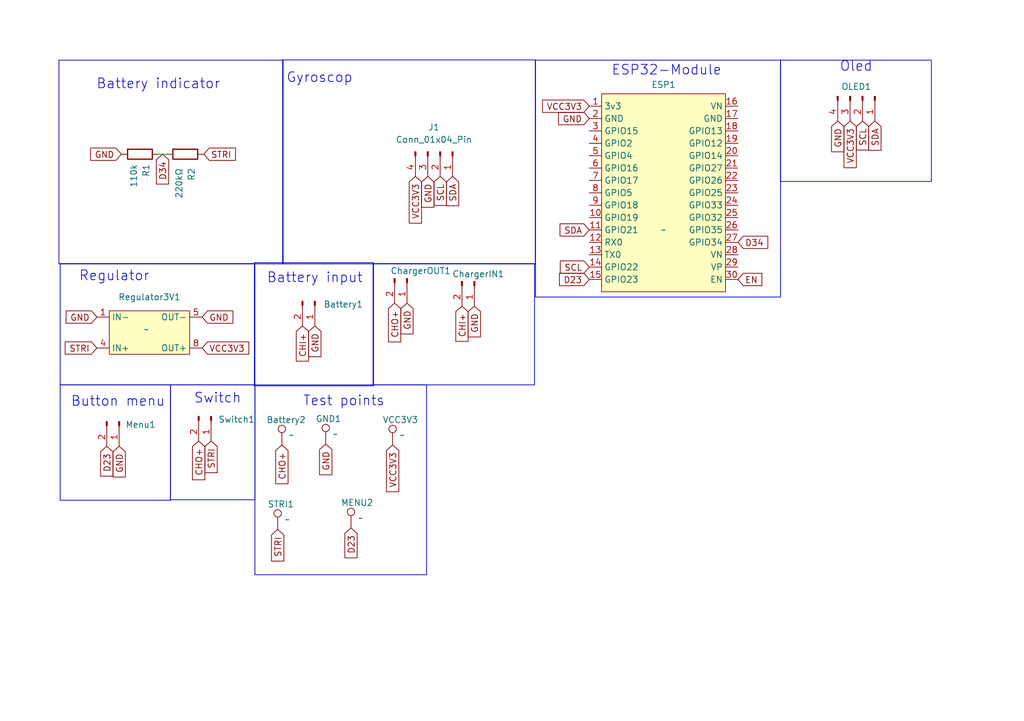
<source format=kicad_sch>
(kicad_sch (version 20230121) (generator eeschema)

  (uuid f46c33c8-782a-49f5-971c-27a888433346)

  (paper "A5")

  (title_block
    (title "Gyroscopic controller")
    (rev "Dominik Klein")
  )

  (lib_symbols
    (symbol "Connector:Conn_01x02_Pin" (pin_names (offset 1.016) hide) (in_bom yes) (on_board yes)
      (property "Reference" "J" (at 0 2.54 0)
        (effects (font (size 1.27 1.27)))
      )
      (property "Value" "Conn_01x02_Pin" (at 0 -5.08 0)
        (effects (font (size 1.27 1.27)))
      )
      (property "Footprint" "" (at 0 0 0)
        (effects (font (size 1.27 1.27)) hide)
      )
      (property "Datasheet" "~" (at 0 0 0)
        (effects (font (size 1.27 1.27)) hide)
      )
      (property "ki_locked" "" (at 0 0 0)
        (effects (font (size 1.27 1.27)))
      )
      (property "ki_keywords" "connector" (at 0 0 0)
        (effects (font (size 1.27 1.27)) hide)
      )
      (property "ki_description" "Generic connector, single row, 01x02, script generated" (at 0 0 0)
        (effects (font (size 1.27 1.27)) hide)
      )
      (property "ki_fp_filters" "Connector*:*_1x??_*" (at 0 0 0)
        (effects (font (size 1.27 1.27)) hide)
      )
      (symbol "Conn_01x02_Pin_1_1"
        (polyline
          (pts
            (xy 1.27 -2.54)
            (xy 0.8636 -2.54)
          )
          (stroke (width 0.1524) (type default))
          (fill (type none))
        )
        (polyline
          (pts
            (xy 1.27 0)
            (xy 0.8636 0)
          )
          (stroke (width 0.1524) (type default))
          (fill (type none))
        )
        (rectangle (start 0.8636 -2.413) (end 0 -2.667)
          (stroke (width 0.1524) (type default))
          (fill (type outline))
        )
        (rectangle (start 0.8636 0.127) (end 0 -0.127)
          (stroke (width 0.1524) (type default))
          (fill (type outline))
        )
        (pin passive line (at 5.08 0 180) (length 3.81)
          (name "Pin_1" (effects (font (size 1.27 1.27))))
          (number "1" (effects (font (size 1.27 1.27))))
        )
        (pin passive line (at 5.08 -2.54 180) (length 3.81)
          (name "Pin_2" (effects (font (size 1.27 1.27))))
          (number "2" (effects (font (size 1.27 1.27))))
        )
      )
    )
    (symbol "Connector:Conn_01x04_Pin" (pin_names (offset 1.016) hide) (in_bom yes) (on_board yes)
      (property "Reference" "J" (at 0 5.08 0)
        (effects (font (size 1.27 1.27)))
      )
      (property "Value" "Conn_01x04_Pin" (at 0 -7.62 0)
        (effects (font (size 1.27 1.27)))
      )
      (property "Footprint" "" (at 0 0 0)
        (effects (font (size 1.27 1.27)) hide)
      )
      (property "Datasheet" "~" (at 0 0 0)
        (effects (font (size 1.27 1.27)) hide)
      )
      (property "ki_locked" "" (at 0 0 0)
        (effects (font (size 1.27 1.27)))
      )
      (property "ki_keywords" "connector" (at 0 0 0)
        (effects (font (size 1.27 1.27)) hide)
      )
      (property "ki_description" "Generic connector, single row, 01x04, script generated" (at 0 0 0)
        (effects (font (size 1.27 1.27)) hide)
      )
      (property "ki_fp_filters" "Connector*:*_1x??_*" (at 0 0 0)
        (effects (font (size 1.27 1.27)) hide)
      )
      (symbol "Conn_01x04_Pin_1_1"
        (polyline
          (pts
            (xy 1.27 -5.08)
            (xy 0.8636 -5.08)
          )
          (stroke (width 0.1524) (type default))
          (fill (type none))
        )
        (polyline
          (pts
            (xy 1.27 -2.54)
            (xy 0.8636 -2.54)
          )
          (stroke (width 0.1524) (type default))
          (fill (type none))
        )
        (polyline
          (pts
            (xy 1.27 0)
            (xy 0.8636 0)
          )
          (stroke (width 0.1524) (type default))
          (fill (type none))
        )
        (polyline
          (pts
            (xy 1.27 2.54)
            (xy 0.8636 2.54)
          )
          (stroke (width 0.1524) (type default))
          (fill (type none))
        )
        (rectangle (start 0.8636 -4.953) (end 0 -5.207)
          (stroke (width 0.1524) (type default))
          (fill (type outline))
        )
        (rectangle (start 0.8636 -2.413) (end 0 -2.667)
          (stroke (width 0.1524) (type default))
          (fill (type outline))
        )
        (rectangle (start 0.8636 0.127) (end 0 -0.127)
          (stroke (width 0.1524) (type default))
          (fill (type outline))
        )
        (rectangle (start 0.8636 2.667) (end 0 2.413)
          (stroke (width 0.1524) (type default))
          (fill (type outline))
        )
        (pin passive line (at 5.08 2.54 180) (length 3.81)
          (name "Pin_1" (effects (font (size 1.27 1.27))))
          (number "1" (effects (font (size 1.27 1.27))))
        )
        (pin passive line (at 5.08 0 180) (length 3.81)
          (name "Pin_2" (effects (font (size 1.27 1.27))))
          (number "2" (effects (font (size 1.27 1.27))))
        )
        (pin passive line (at 5.08 -2.54 180) (length 3.81)
          (name "Pin_3" (effects (font (size 1.27 1.27))))
          (number "3" (effects (font (size 1.27 1.27))))
        )
        (pin passive line (at 5.08 -5.08 180) (length 3.81)
          (name "Pin_4" (effects (font (size 1.27 1.27))))
          (number "4" (effects (font (size 1.27 1.27))))
        )
      )
    )
    (symbol "Connector:TestPoint" (pin_numbers hide) (pin_names (offset 0.762) hide) (in_bom yes) (on_board yes)
      (property "Reference" "TP" (at 0 6.858 0)
        (effects (font (size 1.27 1.27)))
      )
      (property "Value" "TestPoint" (at 0 5.08 0)
        (effects (font (size 1.27 1.27)))
      )
      (property "Footprint" "" (at 5.08 0 0)
        (effects (font (size 1.27 1.27)) hide)
      )
      (property "Datasheet" "~" (at 5.08 0 0)
        (effects (font (size 1.27 1.27)) hide)
      )
      (property "ki_keywords" "test point tp" (at 0 0 0)
        (effects (font (size 1.27 1.27)) hide)
      )
      (property "ki_description" "test point" (at 0 0 0)
        (effects (font (size 1.27 1.27)) hide)
      )
      (property "ki_fp_filters" "Pin* Test*" (at 0 0 0)
        (effects (font (size 1.27 1.27)) hide)
      )
      (symbol "TestPoint_0_1"
        (circle (center 0 3.302) (radius 0.762)
          (stroke (width 0) (type default))
          (fill (type none))
        )
      )
      (symbol "TestPoint_1_1"
        (pin passive line (at 0 0 90) (length 2.54)
          (name "1" (effects (font (size 1.27 1.27))))
          (number "1" (effects (font (size 1.27 1.27))))
        )
      )
    )
    (symbol "Device:R" (pin_numbers hide) (pin_names (offset 0)) (in_bom yes) (on_board yes)
      (property "Reference" "R" (at 2.032 0 90)
        (effects (font (size 1.27 1.27)))
      )
      (property "Value" "R" (at 0 0 90)
        (effects (font (size 1.27 1.27)))
      )
      (property "Footprint" "" (at -1.778 0 90)
        (effects (font (size 1.27 1.27)) hide)
      )
      (property "Datasheet" "~" (at 0 0 0)
        (effects (font (size 1.27 1.27)) hide)
      )
      (property "ki_keywords" "R res resistor" (at 0 0 0)
        (effects (font (size 1.27 1.27)) hide)
      )
      (property "ki_description" "Resistor" (at 0 0 0)
        (effects (font (size 1.27 1.27)) hide)
      )
      (property "ki_fp_filters" "R_*" (at 0 0 0)
        (effects (font (size 1.27 1.27)) hide)
      )
      (symbol "R_0_1"
        (rectangle (start -1.016 -2.54) (end 1.016 2.54)
          (stroke (width 0.254) (type default))
          (fill (type none))
        )
      )
      (symbol "R_1_1"
        (pin passive line (at 0 3.81 270) (length 1.27)
          (name "~" (effects (font (size 1.27 1.27))))
          (number "1" (effects (font (size 1.27 1.27))))
        )
        (pin passive line (at 0 -3.81 90) (length 1.27)
          (name "~" (effects (font (size 1.27 1.27))))
          (number "2" (effects (font (size 1.27 1.27))))
        )
      )
    )
    (symbol "Gyroskopicke-pomucky:ESP32" (in_bom yes) (on_board yes)
      (property "Reference" "ESP32" (at 0 -11.43 0)
        (effects (font (size 1.27 1.27)))
      )
      (property "Value" "" (at 0 0 0)
        (effects (font (size 1.27 1.27)))
      )
      (property "Footprint" "Gyroskopicke-pomucky:ESP32_30Pin_Module" (at 1.27 -13.97 0)
        (effects (font (size 1.27 1.27)) hide)
      )
      (property "Datasheet" "" (at 0 0 0)
        (effects (font (size 1.27 1.27)) hide)
      )
      (symbol "ESP32_1_1"
        (rectangle (start -12.7 27.94) (end 12.7 -12.7)
          (stroke (width 0) (type default))
          (fill (type background))
        )
        (pin input line (at -15.24 25.4 0) (length 2.54)
          (name "3v3" (effects (font (size 1.27 1.27))))
          (number "1" (effects (font (size 1.27 1.27))))
        )
        (pin input line (at -15.24 2.54 0) (length 2.54)
          (name "GPIO19" (effects (font (size 1.27 1.27))))
          (number "10" (effects (font (size 1.27 1.27))))
        )
        (pin input line (at -15.24 0 0) (length 2.54)
          (name "GPIO21" (effects (font (size 1.27 1.27))))
          (number "11" (effects (font (size 1.27 1.27))))
        )
        (pin input line (at -15.24 -2.54 0) (length 2.54)
          (name "RX0" (effects (font (size 1.27 1.27))))
          (number "12" (effects (font (size 1.27 1.27))))
        )
        (pin input line (at -15.24 -5.08 0) (length 2.54)
          (name "TX0" (effects (font (size 1.27 1.27))))
          (number "13" (effects (font (size 1.27 1.27))))
        )
        (pin input line (at -15.24 -7.62 0) (length 2.54)
          (name "GPIO22" (effects (font (size 1.27 1.27))))
          (number "14" (effects (font (size 1.27 1.27))))
        )
        (pin input line (at -15.24 -10.16 0) (length 2.54)
          (name "GPIO23" (effects (font (size 1.27 1.27))))
          (number "15" (effects (font (size 1.27 1.27))))
        )
        (pin input line (at 15.24 25.4 180) (length 2.54)
          (name "VN" (effects (font (size 1.27 1.27))))
          (number "16" (effects (font (size 1.27 1.27))))
        )
        (pin input line (at 15.24 22.86 180) (length 2.54)
          (name "GND" (effects (font (size 1.27 1.27))))
          (number "17" (effects (font (size 1.27 1.27))))
        )
        (pin input line (at 15.24 20.32 180) (length 2.54)
          (name "GPIO13" (effects (font (size 1.27 1.27))))
          (number "18" (effects (font (size 1.27 1.27))))
        )
        (pin input line (at 15.24 17.78 180) (length 2.54)
          (name "GPIO12" (effects (font (size 1.27 1.27))))
          (number "19" (effects (font (size 1.27 1.27))))
        )
        (pin input line (at -15.24 22.86 0) (length 2.54)
          (name "GND" (effects (font (size 1.27 1.27))))
          (number "2" (effects (font (size 1.27 1.27))))
        )
        (pin input line (at 15.24 15.24 180) (length 2.54)
          (name "GPIO14" (effects (font (size 1.27 1.27))))
          (number "20" (effects (font (size 1.27 1.27))))
        )
        (pin input line (at 15.24 12.7 180) (length 2.54)
          (name "GPIO27" (effects (font (size 1.27 1.27))))
          (number "21" (effects (font (size 1.27 1.27))))
        )
        (pin input line (at 15.24 10.16 180) (length 2.54)
          (name "GPIO26" (effects (font (size 1.27 1.27))))
          (number "22" (effects (font (size 1.27 1.27))))
        )
        (pin input line (at 15.24 7.62 180) (length 2.54)
          (name "GPIO25" (effects (font (size 1.27 1.27))))
          (number "23" (effects (font (size 1.27 1.27))))
        )
        (pin input line (at 15.24 5.08 180) (length 2.54)
          (name "GPIO33" (effects (font (size 1.27 1.27))))
          (number "24" (effects (font (size 1.27 1.27))))
        )
        (pin input line (at 15.24 2.54 180) (length 2.54)
          (name "GPIO32" (effects (font (size 1.27 1.27))))
          (number "25" (effects (font (size 1.27 1.27))))
        )
        (pin input line (at 15.24 0 180) (length 2.54)
          (name "GPIO35" (effects (font (size 1.27 1.27))))
          (number "26" (effects (font (size 1.27 1.27))))
        )
        (pin input line (at 15.24 -2.54 180) (length 2.54)
          (name "GPIO34" (effects (font (size 1.27 1.27))))
          (number "27" (effects (font (size 1.27 1.27))))
        )
        (pin input line (at 15.24 -5.08 180) (length 2.54)
          (name "VN" (effects (font (size 1.27 1.27))))
          (number "28" (effects (font (size 1.27 1.27))))
        )
        (pin input line (at 15.24 -7.62 180) (length 2.54)
          (name "VP" (effects (font (size 1.27 1.27))))
          (number "29" (effects (font (size 1.27 1.27))))
        )
        (pin input line (at -15.24 20.32 0) (length 2.54)
          (name "GPIO15" (effects (font (size 1.27 1.27))))
          (number "3" (effects (font (size 1.27 1.27))))
        )
        (pin input line (at 15.24 -10.16 180) (length 2.54)
          (name "EN" (effects (font (size 1.27 1.27))))
          (number "30" (effects (font (size 1.27 1.27))))
        )
        (pin input line (at -15.24 17.78 0) (length 2.54)
          (name "GPIO2" (effects (font (size 1.27 1.27))))
          (number "4" (effects (font (size 1.27 1.27))))
        )
        (pin input line (at -15.24 15.24 0) (length 2.54)
          (name "GPIO4" (effects (font (size 1.27 1.27))))
          (number "5" (effects (font (size 1.27 1.27))))
        )
        (pin input line (at -15.24 12.7 0) (length 2.54)
          (name "GPIO16" (effects (font (size 1.27 1.27))))
          (number "6" (effects (font (size 1.27 1.27))))
        )
        (pin input line (at -15.24 10.16 0) (length 2.54)
          (name "GPIO17" (effects (font (size 1.27 1.27))))
          (number "7" (effects (font (size 1.27 1.27))))
        )
        (pin input line (at -15.24 7.62 0) (length 2.54)
          (name "GPIO5" (effects (font (size 1.27 1.27))))
          (number "8" (effects (font (size 1.27 1.27))))
        )
        (pin input line (at -15.24 5.08 0) (length 2.54)
          (name "GPIO18" (effects (font (size 1.27 1.27))))
          (number "9" (effects (font (size 1.27 1.27))))
        )
      )
    )
    (symbol "Gyroskopicke-pomucky:Regulator" (in_bom yes) (on_board yes)
      (property "Reference" "Regulator3V3" (at 0 5.08 0)
        (effects (font (size 1.27 1.27)))
      )
      (property "Value" "" (at 0 0 0)
        (effects (font (size 1.27 1.27)))
      )
      (property "Footprint" "Gyroskopicke-pomucky:Regulator" (at 0 -7.62 0)
        (effects (font (size 1.27 1.27)) hide)
      )
      (property "Datasheet" "" (at 0 0 0)
        (effects (font (size 1.27 1.27)) hide)
      )
      (symbol "Regulator_1_1"
        (rectangle (start -7.62 3.81) (end 8.89 -5.08)
          (stroke (width 0) (type default))
          (fill (type background))
        )
        (pin input line (at -10.16 2.54 0) (length 2.54)
          (name "IN-" (effects (font (size 1.27 1.27))))
          (number "1" (effects (font (size 1.27 1.27))))
        )
        (pin input line (at -10.16 -3.81 0) (length 2.54)
          (name "IN+" (effects (font (size 1.27 1.27))))
          (number "4" (effects (font (size 1.27 1.27))))
        )
        (pin input line (at 11.43 2.54 180) (length 2.54)
          (name "OUT-" (effects (font (size 1.27 1.27))))
          (number "5" (effects (font (size 1.27 1.27))))
        )
        (pin input line (at 11.43 -3.81 180) (length 2.54)
          (name "OUT+" (effects (font (size 1.27 1.27))))
          (number "8" (effects (font (size 1.27 1.27))))
        )
      )
    )
  )


  (wire (pts (xy 34.1884 31.6484) (xy 32.512 31.6484))
    (stroke (width 0) (type default))
    (uuid 24ae18e0-6c06-444d-890f-6374ce5c57b7)
  )

  (rectangle (start 52.2732 78.994) (end 87.4776 117.9576)
    (stroke (width 0) (type default))
    (fill (type none))
    (uuid 84373380-8c4e-4f55-8895-e78752065d8b)
  )
  (rectangle (start 34.9504 78.994) (end 52.2732 102.5652)
    (stroke (width 0) (type default))
    (fill (type none))
    (uuid b1da384c-a982-4e9d-9b76-55103a3b554e)
  )
  (rectangle (start 12.3444 54.102) (end 52.2732 78.994)
    (stroke (width 0) (type default))
    (fill (type none))
    (uuid ce2eea9f-6a35-44f0-92c8-9467e234a583)
  )
  (rectangle (start 57.9628 12.2936) (end 109.7788 54.1528)
    (stroke (width 0) (type default))
    (fill (type none))
    (uuid ce5316ca-6fb9-4ed5-aa1e-8beccb783e97)
  )
  (rectangle (start 109.8296 12.3444) (end 160.0708 60.96)
    (stroke (width 0) (type default))
    (fill (type none))
    (uuid d71bc247-0a7d-4f37-8b08-9b2d733100ba)
  )
  (rectangle (start 160.0708 12.3444) (end 191.008 37.2364)
    (stroke (width 0) (type default))
    (fill (type none))
    (uuid d9c08bc0-2a5c-49b3-b766-9f3e57686b23)
  )
  (rectangle (start 12.3444 78.994) (end 34.9504 102.6668)
    (stroke (width 0) (type default))
    (fill (type none))
    (uuid dc518b70-819c-4d70-a8dc-89f36319f9b5)
  )
  (rectangle (start 12.0904 12.3444) (end 58.0644 54.1528)
    (stroke (width 0) (type default))
    (fill (type none))
    (uuid ef2530a8-86b3-446f-ab3f-60fc149d35fe)
  )
  (rectangle (start 52.1716 53.8988) (end 76.6064 79.1972)
    (stroke (width 0) (type default))
    (fill (type none))
    (uuid fd2306d0-85b4-48b8-922b-00e4a8a7d658)
  )
  (rectangle (start 76.5048 54.102) (end 109.6264 78.994)
    (stroke (width 0) (type default))
    (fill (type none))
    (uuid fdf6048f-7fc9-4446-92d8-db9edb06cdda)
  )

  (text "Button menu\n" (at 14.478 83.6676 0)
    (effects (font (size 2 2)) (justify left bottom))
    (uuid 3ce0209f-df2a-4dde-97e4-df4bcc871e9e)
  )
  (text "ESP32-Module" (at 125.3744 15.6972 0)
    (effects (font (size 2 2)) (justify left bottom))
    (uuid 4b8c2468-0322-4862-9475-4a03a4e2dc9d)
  )
  (text "Gyroscop\n\n\n" (at 58.674 23.6728 0)
    (effects (font (size 2 2)) (justify left bottom))
    (uuid 574fbfab-816a-42f6-ae31-14f36af88d45)
  )
  (text "Regulator\n" (at 16.1544 57.912 0)
    (effects (font (size 2 2)) (justify left bottom))
    (uuid 672a3ba4-420d-4dbf-b443-af96c77295d1)
  )
  (text "Oled\n\n" (at 172.1612 18.1356 0)
    (effects (font (size 2 2)) (justify left bottom))
    (uuid 6ee9e5a1-d4ed-4d62-8ac9-e48a46901d18)
  )
  (text "Battery indicator\n\n\n" (at 19.7104 24.9428 0)
    (effects (font (size 2 2)) (justify left bottom))
    (uuid 7298273f-14ac-42cb-a5d9-d7bf0dcdaf7b)
  )
  (text "Battery input\n\n" (at 54.6608 61.5188 0)
    (effects (font (size 2 2)) (justify left bottom))
    (uuid 7aad5b9d-f3b7-43c9-98d4-d32564652d17)
  )
  (text "Switch\n" (at 39.7256 83.0072 0)
    (effects (font (size 2 2)) (justify left bottom))
    (uuid d579d189-cbf6-4f0e-9726-bd98ee88ae3f)
  )
  (text "Test points\n" (at 62.0776 83.566 0)
    (effects (font (size 2 2)) (justify left bottom))
    (uuid e7fc5ca7-426a-4717-b722-97d1e655c5ca)
  )

  (global_label "CHI+" (shape input) (at 62.0268 66.9036 270) (fields_autoplaced)
    (effects (font (size 1.27 1.27)) (justify right))
    (uuid 076a99e5-264a-4f09-b173-deba337a6415)
    (property "Intersheetrefs" "${INTERSHEET_REFS}" (at 62.0268 74.6665 90)
      (effects (font (size 1.27 1.27)) (justify right) hide)
    )
  )
  (global_label "SCL" (shape input) (at 90.2716 36.2204 270) (fields_autoplaced)
    (effects (font (size 1.27 1.27)) (justify right))
    (uuid 083745ab-ae37-4052-b821-5e3e44d9f57b)
    (property "Intersheetrefs" "${INTERSHEET_REFS}" (at 90.2716 42.7132 90)
      (effects (font (size 1.27 1.27)) (justify right) hide)
    )
  )
  (global_label "SCL" (shape input) (at 176.8856 24.8412 270) (fields_autoplaced)
    (effects (font (size 1.27 1.27)) (justify right))
    (uuid 08a9fa4a-8cf9-4347-919b-5aa339a8a1fb)
    (property "Intersheetrefs" "${INTERSHEET_REFS}" (at 176.8856 31.334 90)
      (effects (font (size 1.27 1.27)) (justify right) hide)
    )
  )
  (global_label "VCC3V3" (shape input) (at 80.518 91.3384 270) (fields_autoplaced)
    (effects (font (size 1.27 1.27)) (justify right))
    (uuid 1502a40e-c438-400d-a6c0-b24cdb73167e)
    (property "Intersheetrefs" "${INTERSHEET_REFS}" (at 80.518 101.4598 90)
      (effects (font (size 1.27 1.27)) (justify right) hide)
    )
  )
  (global_label "GND" (shape input) (at 24.892 31.6484 180) (fields_autoplaced)
    (effects (font (size 1.27 1.27)) (justify right))
    (uuid 26299a52-8dd0-4fb6-85ce-6792defe1d3b)
    (property "Intersheetrefs" "${INTERSHEET_REFS}" (at 18.0363 31.6484 0)
      (effects (font (size 1.27 1.27)) (justify right) hide)
    )
  )
  (global_label "GND" (shape input) (at 83.4644 62.23 270) (fields_autoplaced)
    (effects (font (size 1.27 1.27)) (justify right))
    (uuid 26e418bf-0dfd-4833-aefc-c425268711f8)
    (property "Intersheetrefs" "${INTERSHEET_REFS}" (at 83.4644 69.0857 90)
      (effects (font (size 1.27 1.27)) (justify right) hide)
    )
  )
  (global_label "D34" (shape input) (at 151.3332 49.7332 0) (fields_autoplaced)
    (effects (font (size 1.27 1.27)) (justify left))
    (uuid 30306e90-30c2-49f0-9399-78044e9400b0)
    (property "Intersheetrefs" "${INTERSHEET_REFS}" (at 158.0074 49.7332 0)
      (effects (font (size 1.27 1.27)) (justify left) hide)
    )
  )
  (global_label "STRI" (shape input) (at 41.8084 31.6484 0) (fields_autoplaced)
    (effects (font (size 1.27 1.27)) (justify left))
    (uuid 3090365e-fdaf-4a52-99e3-38b0444f61a1)
    (property "Intersheetrefs" "${INTERSHEET_REFS}" (at 48.8455 31.6484 0)
      (effects (font (size 1.27 1.27)) (justify left) hide)
    )
  )
  (global_label "D34" (shape input) (at 33.3291 31.6484 270) (fields_autoplaced)
    (effects (font (size 1.27 1.27)) (justify right))
    (uuid 32066b88-854f-4e05-ab7f-7c462084a7f5)
    (property "Intersheetrefs" "${INTERSHEET_REFS}" (at 33.3291 38.3226 90)
      (effects (font (size 1.27 1.27)) (justify right) hide)
    )
  )
  (global_label "GND" (shape input) (at 87.7316 36.2204 270) (fields_autoplaced)
    (effects (font (size 1.27 1.27)) (justify right))
    (uuid 3a31c114-42ab-47a8-9321-219b03f8098a)
    (property "Intersheetrefs" "${INTERSHEET_REFS}" (at 87.7316 43.0761 90)
      (effects (font (size 1.27 1.27)) (justify right) hide)
    )
  )
  (global_label "GND" (shape input) (at 171.8056 24.8412 270) (fields_autoplaced)
    (effects (font (size 1.27 1.27)) (justify right))
    (uuid 3ed60dde-5f72-4e86-8b27-af7e2475edb4)
    (property "Intersheetrefs" "${INTERSHEET_REFS}" (at 171.8056 31.6969 90)
      (effects (font (size 1.27 1.27)) (justify right) hide)
    )
  )
  (global_label "VCC3V3" (shape input) (at 85.1916 36.2204 270) (fields_autoplaced)
    (effects (font (size 1.27 1.27)) (justify right))
    (uuid 537eae01-c0ee-4bbf-94b5-1f3b12fca649)
    (property "Intersheetrefs" "${INTERSHEET_REFS}" (at 85.1916 46.3418 90)
      (effects (font (size 1.27 1.27)) (justify right) hide)
    )
  )
  (global_label "SDA" (shape input) (at 179.4256 24.8412 270) (fields_autoplaced)
    (effects (font (size 1.27 1.27)) (justify right))
    (uuid 5c1791b9-c356-47a2-b333-9465d202cb72)
    (property "Intersheetrefs" "${INTERSHEET_REFS}" (at 179.4256 31.3945 90)
      (effects (font (size 1.27 1.27)) (justify right) hide)
    )
  )
  (global_label "GND" (shape input) (at 120.8532 24.3332 180) (fields_autoplaced)
    (effects (font (size 1.27 1.27)) (justify right))
    (uuid 6039eb1f-c736-4b6e-bdbf-fdd7f88e9387)
    (property "Intersheetrefs" "${INTERSHEET_REFS}" (at 113.9975 24.3332 0)
      (effects (font (size 1.27 1.27)) (justify right) hide)
    )
  )
  (global_label "GND" (shape input) (at 19.8628 65.0748 180) (fields_autoplaced)
    (effects (font (size 1.27 1.27)) (justify right))
    (uuid 68c0d79c-0fe0-48e8-ab38-584a92e796f1)
    (property "Intersheetrefs" "${INTERSHEET_REFS}" (at 13.0071 65.0748 0)
      (effects (font (size 1.27 1.27)) (justify right) hide)
    )
  )
  (global_label "SDA" (shape input) (at 120.8532 47.1932 180) (fields_autoplaced)
    (effects (font (size 1.27 1.27)) (justify right))
    (uuid 6de43bb9-dbae-4664-9143-367c1cbe4458)
    (property "Intersheetrefs" "${INTERSHEET_REFS}" (at 114.2999 47.1932 0)
      (effects (font (size 1.27 1.27)) (justify right) hide)
    )
  )
  (global_label "CHI+" (shape input) (at 94.742 62.8396 270) (fields_autoplaced)
    (effects (font (size 1.27 1.27)) (justify right))
    (uuid 6fab8173-4549-4756-8648-9b483ff9126c)
    (property "Intersheetrefs" "${INTERSHEET_REFS}" (at 94.742 70.6025 90)
      (effects (font (size 1.27 1.27)) (justify right) hide)
    )
  )
  (global_label "GND" (shape input) (at 97.282 62.8396 270) (fields_autoplaced)
    (effects (font (size 1.27 1.27)) (justify right))
    (uuid 736aac43-38e1-45a7-9d0f-8cc102040433)
    (property "Intersheetrefs" "${INTERSHEET_REFS}" (at 97.282 69.6953 90)
      (effects (font (size 1.27 1.27)) (justify right) hide)
    )
  )
  (global_label "VCC3V3" (shape input) (at 41.4528 71.4248 0) (fields_autoplaced)
    (effects (font (size 1.27 1.27)) (justify left))
    (uuid 7b57ddb1-9c69-421d-90c8-643481c78344)
    (property "Intersheetrefs" "${INTERSHEET_REFS}" (at 51.5742 71.4248 0)
      (effects (font (size 1.27 1.27)) (justify left) hide)
    )
  )
  (global_label "CHO+" (shape input) (at 40.7416 90.5256 270) (fields_autoplaced)
    (effects (font (size 1.27 1.27)) (justify right))
    (uuid 7b64aa25-e012-4a30-87c8-3540c81bc4b1)
    (property "Intersheetrefs" "${INTERSHEET_REFS}" (at 40.7416 99.0142 90)
      (effects (font (size 1.27 1.27)) (justify right) hide)
    )
  )
  (global_label "VCC3V3" (shape input) (at 120.8532 21.7932 180) (fields_autoplaced)
    (effects (font (size 1.27 1.27)) (justify right))
    (uuid 97fbac8b-2a00-48a7-a3d6-6b2dd6fdc888)
    (property "Intersheetrefs" "${INTERSHEET_REFS}" (at 110.7318 21.7932 0)
      (effects (font (size 1.27 1.27)) (justify right) hide)
    )
  )
  (global_label "STRI" (shape input) (at 43.2816 90.5256 270) (fields_autoplaced)
    (effects (font (size 1.27 1.27)) (justify right))
    (uuid a5b42c7f-e43a-442b-b39b-12c3392c124f)
    (property "Intersheetrefs" "${INTERSHEET_REFS}" (at 43.2816 97.5627 90)
      (effects (font (size 1.27 1.27)) (justify right) hide)
    )
  )
  (global_label "STRI" (shape input) (at 56.9468 108.6612 270) (fields_autoplaced)
    (effects (font (size 1.27 1.27)) (justify right))
    (uuid b3b07484-ebb8-40bc-9a26-6055aa8ec952)
    (property "Intersheetrefs" "${INTERSHEET_REFS}" (at 56.9468 115.6983 90)
      (effects (font (size 1.27 1.27)) (justify right) hide)
    )
  )
  (global_label "GND" (shape input) (at 41.4528 65.0748 0) (fields_autoplaced)
    (effects (font (size 1.27 1.27)) (justify left))
    (uuid b5b43983-70ed-46a8-a873-7ac3cc818c0a)
    (property "Intersheetrefs" "${INTERSHEET_REFS}" (at 48.3085 65.0748 0)
      (effects (font (size 1.27 1.27)) (justify left) hide)
    )
  )
  (global_label "STRI" (shape input) (at 19.8628 71.4248 180) (fields_autoplaced)
    (effects (font (size 1.27 1.27)) (justify right))
    (uuid b8e0e4c8-c7d4-4917-8dbf-96c3431fb5c7)
    (property "Intersheetrefs" "${INTERSHEET_REFS}" (at 12.8257 71.4248 0)
      (effects (font (size 1.27 1.27)) (justify right) hide)
    )
  )
  (global_label "CHO+" (shape input) (at 57.8104 91.3384 270) (fields_autoplaced)
    (effects (font (size 1.27 1.27)) (justify right))
    (uuid c0e2547a-eb84-4e80-8b1a-2182398d1837)
    (property "Intersheetrefs" "${INTERSHEET_REFS}" (at 57.8104 99.827 90)
      (effects (font (size 1.27 1.27)) (justify right) hide)
    )
  )
  (global_label "SCL" (shape input) (at 120.8532 54.8132 180) (fields_autoplaced)
    (effects (font (size 1.27 1.27)) (justify right))
    (uuid c105d76e-1c63-447c-bd22-c5d49086cf55)
    (property "Intersheetrefs" "${INTERSHEET_REFS}" (at 114.3604 54.8132 0)
      (effects (font (size 1.27 1.27)) (justify right) hide)
    )
  )
  (global_label "CHO+" (shape input) (at 80.9244 62.23 270) (fields_autoplaced)
    (effects (font (size 1.27 1.27)) (justify right))
    (uuid d09bace6-3e8a-4293-9255-df600d4d7c12)
    (property "Intersheetrefs" "${INTERSHEET_REFS}" (at 80.9244 70.7186 90)
      (effects (font (size 1.27 1.27)) (justify right) hide)
    )
  )
  (global_label "D23" (shape input) (at 71.9836 108.3564 270) (fields_autoplaced)
    (effects (font (size 1.27 1.27)) (justify right))
    (uuid d74f3a97-b018-485a-ab44-983677d08798)
    (property "Intersheetrefs" "${INTERSHEET_REFS}" (at 71.9836 115.0306 90)
      (effects (font (size 1.27 1.27)) (justify right) hide)
    )
  )
  (global_label "SDA" (shape input) (at 92.8116 36.2204 270) (fields_autoplaced)
    (effects (font (size 1.27 1.27)) (justify right))
    (uuid ddda5629-34d4-4caa-9df8-4a985a29754a)
    (property "Intersheetrefs" "${INTERSHEET_REFS}" (at 92.8116 42.7737 90)
      (effects (font (size 1.27 1.27)) (justify right) hide)
    )
  )
  (global_label "GND" (shape input) (at 64.5668 66.9036 270) (fields_autoplaced)
    (effects (font (size 1.27 1.27)) (justify right))
    (uuid e958596c-bc17-4fb7-b8c1-3761663b42b7)
    (property "Intersheetrefs" "${INTERSHEET_REFS}" (at 64.5668 73.7593 90)
      (effects (font (size 1.27 1.27)) (justify right) hide)
    )
  )
  (global_label "EN" (shape input) (at 151.3332 57.3532 0) (fields_autoplaced)
    (effects (font (size 1.27 1.27)) (justify left))
    (uuid f395e03c-9c81-42c6-8266-581b074498f8)
    (property "Intersheetrefs" "${INTERSHEET_REFS}" (at 156.7979 57.3532 0)
      (effects (font (size 1.27 1.27)) (justify left) hide)
    )
  )
  (global_label "D23" (shape input) (at 120.8532 57.3532 180) (fields_autoplaced)
    (effects (font (size 1.27 1.27)) (justify right))
    (uuid f6654c7e-65f0-4e24-9407-67ea9bdbebca)
    (property "Intersheetrefs" "${INTERSHEET_REFS}" (at 114.179 57.3532 0)
      (effects (font (size 1.27 1.27)) (justify right) hide)
    )
  )
  (global_label "GND" (shape input) (at 24.4348 91.5924 270) (fields_autoplaced)
    (effects (font (size 1.27 1.27)) (justify right))
    (uuid fa284095-646a-41f1-ae98-ce8223f447e2)
    (property "Intersheetrefs" "${INTERSHEET_REFS}" (at 24.4348 98.4481 90)
      (effects (font (size 1.27 1.27)) (justify right) hide)
    )
  )
  (global_label "D23" (shape input) (at 21.8948 91.5924 270) (fields_autoplaced)
    (effects (font (size 1.27 1.27)) (justify right))
    (uuid fa79c0ed-744b-4915-bf6d-c5f35c158163)
    (property "Intersheetrefs" "${INTERSHEET_REFS}" (at 21.8948 98.2666 90)
      (effects (font (size 1.27 1.27)) (justify right) hide)
    )
  )
  (global_label "GND" (shape input) (at 66.802 91.1352 270) (fields_autoplaced)
    (effects (font (size 1.27 1.27)) (justify right))
    (uuid fafe0e50-aee2-4756-af34-dfffbf6ff452)
    (property "Intersheetrefs" "${INTERSHEET_REFS}" (at 66.802 97.9909 90)
      (effects (font (size 1.27 1.27)) (justify right) hide)
    )
  )
  (global_label "VCC3V3" (shape input) (at 174.3456 24.8412 270) (fields_autoplaced)
    (effects (font (size 1.27 1.27)) (justify right))
    (uuid fe9ac87e-00fa-4036-b47e-6f9b4fdb4ffb)
    (property "Intersheetrefs" "${INTERSHEET_REFS}" (at 174.3456 34.9626 90)
      (effects (font (size 1.27 1.27)) (justify right) hide)
    )
  )

  (symbol (lib_id "Connector:Conn_01x02_Pin") (at 43.2816 85.4456 270) (unit 1)
    (in_bom yes) (on_board yes) (dnp no) (fields_autoplaced)
    (uuid 0721ca99-1f6a-4150-8004-accfe5f25efa)
    (property "Reference" "Switch1" (at 44.7548 86.0806 90)
      (effects (font (size 1.27 1.27)) (justify left))
    )
    (property "Value" "Conn_01x02_Pin" (at 46.0248 86.0806 0)
      (effects (font (size 1.27 1.27)) hide)
    )
    (property "Footprint" "Gyroskopicke-pomucky:Tlacitko" (at 43.2816 85.4456 0)
      (effects (font (size 1.27 1.27)) hide)
    )
    (property "Datasheet" "~" (at 43.2816 85.4456 0)
      (effects (font (size 1.27 1.27)) hide)
    )
    (pin "1" (uuid f5cb3fc9-85e9-4312-b0fc-6593f6ddcb0f))
    (pin "2" (uuid 5c5c575b-2991-4ad5-93b6-60a5e6d94889))
    (instances
      (project "RukaviceOvladac"
        (path "/f46c33c8-782a-49f5-971c-27a888433346"
          (reference "Switch1") (unit 1)
        )
      )
    )
  )

  (symbol (lib_id "Connector:Conn_01x02_Pin") (at 64.5668 61.8236 270) (unit 1)
    (in_bom yes) (on_board yes) (dnp no) (fields_autoplaced)
    (uuid 1b9065da-fb67-417f-b4eb-b393c021df27)
    (property "Reference" "Battery1" (at 66.3448 62.4586 90)
      (effects (font (size 1.27 1.27)) (justify left))
    )
    (property "Value" "Conn_01x02_Pin" (at 67.31 62.4586 0)
      (effects (font (size 1.27 1.27)) hide)
    )
    (property "Footprint" "Connector_JST:JST_PH_B2B-PH-K_1x02_P2.00mm_Vertical" (at 64.5668 61.8236 0)
      (effects (font (size 1.27 1.27)) hide)
    )
    (property "Datasheet" "~" (at 64.5668 61.8236 0)
      (effects (font (size 1.27 1.27)) hide)
    )
    (pin "1" (uuid 16e0fce9-9634-4cb6-9cff-d68cf1bcc6e3))
    (pin "2" (uuid 98881d66-d3f9-45bb-b6ad-aede182c12b5))
    (instances
      (project "RukaviceOvladac"
        (path "/f46c33c8-782a-49f5-971c-27a888433346"
          (reference "Battery1") (unit 1)
        )
      )
    )
  )

  (symbol (lib_id "Connector:Conn_01x04_Pin") (at 90.2716 31.1404 270) (unit 1)
    (in_bom yes) (on_board yes) (dnp no) (fields_autoplaced)
    (uuid 25981324-7319-4478-9d28-18b9fc8682c6)
    (property "Reference" "J1" (at 89.0016 26.1112 90)
      (effects (font (size 1.27 1.27)))
    )
    (property "Value" "Conn_01x04_Pin" (at 89.0016 28.6512 90)
      (effects (font (size 1.27 1.27)))
    )
    (property "Footprint" "Gyroskopicke-pomucky:Gyroskop-externi" (at 90.2716 31.1404 0)
      (effects (font (size 1.27 1.27)) hide)
    )
    (property "Datasheet" "~" (at 90.2716 31.1404 0)
      (effects (font (size 1.27 1.27)) hide)
    )
    (pin "1" (uuid 047c2908-4b61-498c-9a23-63dcbd7680c6))
    (pin "2" (uuid 2dfbd8e2-29c5-4dd7-bb8f-27475160554e))
    (pin "3" (uuid d58e8174-cfa1-4c22-bcca-cdf582c38ec6))
    (pin "4" (uuid 1864cdb2-e0d4-4508-b73b-343dc16cbdb7))
    (instances
      (project "RukaviceOvladac"
        (path "/f46c33c8-782a-49f5-971c-27a888433346"
          (reference "J1") (unit 1)
        )
      )
    )
  )

  (symbol (lib_id "Connector:Conn_01x04_Pin") (at 176.8856 19.7612 270) (unit 1)
    (in_bom yes) (on_board yes) (dnp no) (fields_autoplaced)
    (uuid 30788f4b-e058-4924-ab51-abc592518fb1)
    (property "Reference" "OLED1" (at 175.6156 17.78 90)
      (effects (font (size 1.27 1.27)))
    )
    (property "Value" "Conn_01x04_Pin" (at 181.6608 20.3962 0)
      (effects (font (size 1.27 1.27)) hide)
    )
    (property "Footprint" "Gyroskopicke-pomucky:OLED" (at 176.8856 19.7612 0)
      (effects (font (size 1.27 1.27)) hide)
    )
    (property "Datasheet" "~" (at 176.8856 19.7612 0)
      (effects (font (size 1.27 1.27)) hide)
    )
    (pin "1" (uuid 35ceace7-dd76-4705-a30a-940c9c6daa84))
    (pin "2" (uuid 72f9c335-e468-40fb-aaf0-2ff8528c738a))
    (pin "3" (uuid f37dd5fb-3e9e-414d-a14c-05a1d9145189))
    (pin "4" (uuid ea55186d-ce57-4343-85b1-6ba0b7c9868e))
    (instances
      (project "RukaviceOvladac"
        (path "/f46c33c8-782a-49f5-971c-27a888433346"
          (reference "OLED1") (unit 1)
        )
      )
    )
  )

  (symbol (lib_id "Connector:TestPoint") (at 66.802 91.1352 0) (unit 1)
    (in_bom yes) (on_board yes) (dnp no)
    (uuid 311d890a-243b-4561-9ad3-d7dfb18c5f3a)
    (property "Reference" "GND1" (at 64.7192 85.9536 0)
      (effects (font (size 1.27 1.27)) (justify left))
    )
    (property "Value" "~" (at 68.2244 89.1032 0)
      (effects (font (size 1.27 1.27)) (justify left))
    )
    (property "Footprint" "TestPoint:TestPoint_Pad_1.0x1.0mm" (at 71.882 91.1352 0)
      (effects (font (size 1.27 1.27)) hide)
    )
    (property "Datasheet" "~" (at 71.882 91.1352 0)
      (effects (font (size 1.27 1.27)) hide)
    )
    (pin "1" (uuid b1516119-fb1b-4d99-8ef2-287d1f9a6744))
    (instances
      (project "RukaviceOvladac"
        (path "/f46c33c8-782a-49f5-971c-27a888433346"
          (reference "GND1") (unit 1)
        )
      )
    )
  )

  (symbol (lib_id "Device:R") (at 28.702 31.6484 270) (unit 1)
    (in_bom yes) (on_board yes) (dnp no) (fields_autoplaced)
    (uuid 32be5b4e-b212-439f-92be-e88219c12c6e)
    (property "Reference" "R2" (at 29.972 33.6296 0)
      (effects (font (size 1.27 1.27)) (justify left))
    )
    (property "Value" "110k" (at 27.432 33.6296 0)
      (effects (font (size 1.27 1.27)) (justify left))
    )
    (property "Footprint" "Resistor_THT:R_Axial_DIN0207_L6.3mm_D2.5mm_P10.16mm_Horizontal" (at 28.702 29.8704 90)
      (effects (font (size 1.27 1.27)) hide)
    )
    (property "Datasheet" "~" (at 28.702 31.6484 0)
      (effects (font (size 1.27 1.27)) hide)
    )
    (property "Sim.Device" "R" (at 28.702 31.6484 0)
      (effects (font (size 1.27 1.27)) hide)
    )
    (property "Sim.Pins" "1=+ 2=-" (at 28.702 31.6484 0)
      (effects (font (size 1.27 1.27)) hide)
    )
    (pin "1" (uuid b4a220c0-9d43-4447-ab3c-e4d6564f6d96))
    (pin "2" (uuid 09f4a7b6-9165-47b6-a2fe-f170494703b7))
    (instances
      (project "Maturitas"
        (path "/dc65a39d-dbc3-4e31-bfcb-5b8a0d0009dd"
          (reference "R2") (unit 1)
        )
      )
      (project "RukaviceOvladac"
        (path "/f46c33c8-782a-49f5-971c-27a888433346"
          (reference "R1") (unit 1)
        )
      )
    )
  )

  (symbol (lib_id "Connector:Conn_01x02_Pin") (at 83.4644 57.15 270) (unit 1)
    (in_bom yes) (on_board yes) (dnp no)
    (uuid 3af7220f-2b30-4556-8b2c-0066b43504fc)
    (property "Reference" "ChargerOUT1" (at 80.0608 55.5752 90)
      (effects (font (size 1.27 1.27)) (justify left))
    )
    (property "Value" "Conn_01x02_Pin" (at 86.2076 57.785 0)
      (effects (font (size 1.27 1.27)) hide)
    )
    (property "Footprint" "Gyroskopicke-pomucky:Tlacitko" (at 83.4644 57.15 0)
      (effects (font (size 1.27 1.27)) hide)
    )
    (property "Datasheet" "~" (at 83.4644 57.15 0)
      (effects (font (size 1.27 1.27)) hide)
    )
    (pin "1" (uuid 6dfc642d-8808-482d-82fc-6a8ee8eb501d))
    (pin "2" (uuid 657c0796-dfb3-4ff8-8856-73741214edc9))
    (instances
      (project "RukaviceOvladac"
        (path "/f46c33c8-782a-49f5-971c-27a888433346"
          (reference "ChargerOUT1") (unit 1)
        )
      )
    )
  )

  (symbol (lib_id "Connector:TestPoint") (at 56.9468 108.6612 0) (unit 1)
    (in_bom yes) (on_board yes) (dnp no)
    (uuid 4d3edf66-7afc-4f63-9b0e-6f47ba0cbda5)
    (property "Reference" "STRI1" (at 54.864 103.4796 0)
      (effects (font (size 1.27 1.27)) (justify left))
    )
    (property "Value" "~" (at 58.3692 106.6292 0)
      (effects (font (size 1.27 1.27)) (justify left))
    )
    (property "Footprint" "TestPoint:TestPoint_Pad_1.0x1.0mm" (at 62.0268 108.6612 0)
      (effects (font (size 1.27 1.27)) hide)
    )
    (property "Datasheet" "~" (at 62.0268 108.6612 0)
      (effects (font (size 1.27 1.27)) hide)
    )
    (pin "1" (uuid 9e6b38bb-fa98-4935-8fd9-3468c225028c))
    (instances
      (project "RukaviceOvladac"
        (path "/f46c33c8-782a-49f5-971c-27a888433346"
          (reference "STRI1") (unit 1)
        )
      )
    )
  )

  (symbol (lib_id "Connector:Conn_01x02_Pin") (at 24.4348 86.5124 270) (unit 1)
    (in_bom yes) (on_board yes) (dnp no) (fields_autoplaced)
    (uuid 72f44e4d-10da-4353-8282-ddefca5dee9c)
    (property "Reference" "Menu1" (at 25.7048 87.1474 90)
      (effects (font (size 1.27 1.27)) (justify left))
    )
    (property "Value" "Conn_01x02_Pin" (at 27.178 87.1474 0)
      (effects (font (size 1.27 1.27)) hide)
    )
    (property "Footprint" "Gyroskopicke-pomucky:Tlacitko" (at 24.4348 86.5124 0)
      (effects (font (size 1.27 1.27)) hide)
    )
    (property "Datasheet" "~" (at 24.4348 86.5124 0)
      (effects (font (size 1.27 1.27)) hide)
    )
    (pin "1" (uuid 92adfeeb-93c5-43ef-b6b0-cbaadb734a86))
    (pin "2" (uuid 297f8ff4-8c4f-45cc-b97c-347242bbac6a))
    (instances
      (project "RukaviceOvladac"
        (path "/f46c33c8-782a-49f5-971c-27a888433346"
          (reference "Menu1") (unit 1)
        )
      )
    )
  )

  (symbol (lib_id "Gyroskopicke-pomucky:Regulator") (at 30.0228 67.6148 0) (unit 1)
    (in_bom yes) (on_board yes) (dnp no) (fields_autoplaced)
    (uuid 7fd92ba5-e454-4c94-963e-db32aff3ed2e)
    (property "Reference" "Regulator3V1" (at 30.6578 60.96 0)
      (effects (font (size 1.27 1.27)))
    )
    (property "Value" "~" (at 30.0228 67.6148 0)
      (effects (font (size 1.27 1.27)))
    )
    (property "Footprint" "Gyroskopicke-pomucky:Regulator" (at 30.0228 75.2348 0)
      (effects (font (size 1.27 1.27)) hide)
    )
    (property "Datasheet" "" (at 30.0228 67.6148 0)
      (effects (font (size 1.27 1.27)) hide)
    )
    (pin "1" (uuid 582d2ccd-5d17-4706-91df-2f9873b6dc23))
    (pin "4" (uuid 6235c6b6-de8c-40be-b27f-8e20d93f9399))
    (pin "5" (uuid 769341a0-4eec-415c-aaa9-e4f31de01d9d))
    (pin "8" (uuid 0e4e6eb9-44d5-4f24-8e73-ec537db4c11c))
    (instances
      (project "RukaviceOvladac"
        (path "/f46c33c8-782a-49f5-971c-27a888433346"
          (reference "Regulator3V1") (unit 1)
        )
      )
    )
  )

  (symbol (lib_id "Connector:TestPoint") (at 57.8104 91.3384 0) (unit 1)
    (in_bom yes) (on_board yes) (dnp no)
    (uuid 86682464-dd1d-40a9-93ba-3d2f53590549)
    (property "Reference" "Battery2" (at 54.61 86.1568 0)
      (effects (font (size 1.27 1.27)) (justify left))
    )
    (property "Value" "~" (at 59.2328 89.3064 0)
      (effects (font (size 1.27 1.27)) (justify left))
    )
    (property "Footprint" "TestPoint:TestPoint_Pad_1.0x1.0mm" (at 62.8904 91.3384 0)
      (effects (font (size 1.27 1.27)) hide)
    )
    (property "Datasheet" "~" (at 62.8904 91.3384 0)
      (effects (font (size 1.27 1.27)) hide)
    )
    (pin "1" (uuid 7e402fc8-d134-4b11-acf5-9e2a0b9da928))
    (instances
      (project "RukaviceOvladac"
        (path "/f46c33c8-782a-49f5-971c-27a888433346"
          (reference "Battery2") (unit 1)
        )
      )
    )
  )

  (symbol (lib_id "Connector:TestPoint") (at 80.518 91.3384 0) (unit 1)
    (in_bom yes) (on_board yes) (dnp no)
    (uuid 9ce50b33-e2e9-44b8-82f0-5255f29ca261)
    (property "Reference" "VCC3V3" (at 78.4352 86.1568 0)
      (effects (font (size 1.27 1.27)) (justify left))
    )
    (property "Value" "~" (at 81.9404 89.3064 0)
      (effects (font (size 1.27 1.27)) (justify left))
    )
    (property "Footprint" "TestPoint:TestPoint_Pad_1.0x1.0mm" (at 85.598 91.3384 0)
      (effects (font (size 1.27 1.27)) hide)
    )
    (property "Datasheet" "~" (at 85.598 91.3384 0)
      (effects (font (size 1.27 1.27)) hide)
    )
    (pin "1" (uuid f98d98d5-673b-4ba0-ae54-9d978e76524a))
    (instances
      (project "RukaviceOvladac"
        (path "/f46c33c8-782a-49f5-971c-27a888433346"
          (reference "VCC3V3") (unit 1)
        )
      )
    )
  )

  (symbol (lib_id "Connector:Conn_01x02_Pin") (at 97.282 57.7596 270) (unit 1)
    (in_bom yes) (on_board yes) (dnp no)
    (uuid ac669561-9046-4626-a5c7-f4a4cfebf93d)
    (property "Reference" "ChargerIN1" (at 92.71 56.2356 90)
      (effects (font (size 1.27 1.27)) (justify left))
    )
    (property "Value" "Conn_01x02_Pin" (at 100.0252 58.3946 0)
      (effects (font (size 1.27 1.27)) hide)
    )
    (property "Footprint" "Gyroskopicke-pomucky:Tlacitko" (at 97.282 57.7596 0)
      (effects (font (size 1.27 1.27)) hide)
    )
    (property "Datasheet" "~" (at 97.282 57.7596 0)
      (effects (font (size 1.27 1.27)) hide)
    )
    (pin "1" (uuid 0cb93d6e-940b-44c5-b87b-36ec8a76dddf))
    (pin "2" (uuid 74e60112-81d8-4149-8d0d-6835e3da6e4b))
    (instances
      (project "RukaviceOvladac"
        (path "/f46c33c8-782a-49f5-971c-27a888433346"
          (reference "ChargerIN1") (unit 1)
        )
      )
    )
  )

  (symbol (lib_id "Gyroskopicke-pomucky:ESP32") (at 136.0932 47.1932 0) (unit 1)
    (in_bom yes) (on_board yes) (dnp no) (fields_autoplaced)
    (uuid b22c99fd-fc33-4b14-b426-2591cebf5d41)
    (property "Reference" "ESP1" (at 136.0932 17.3736 0)
      (effects (font (size 1.27 1.27)))
    )
    (property "Value" "~" (at 136.0932 47.1932 0)
      (effects (font (size 1.27 1.27)))
    )
    (property "Footprint" "Gyroskopicke-pomucky:ESP32_30Pin_Module" (at 137.3632 61.1632 0)
      (effects (font (size 1.27 1.27)) hide)
    )
    (property "Datasheet" "" (at 136.0932 47.1932 0)
      (effects (font (size 1.27 1.27)) hide)
    )
    (pin "1" (uuid bbfbd980-3e30-484d-a633-80071fbbce6b))
    (pin "10" (uuid 73eb16c2-f7c3-4641-b256-a10185a015ec))
    (pin "11" (uuid 25ddad03-1c09-4516-a169-4ab7783290f5))
    (pin "12" (uuid af9f87a0-952f-4422-b11e-7c7b56c93f65))
    (pin "13" (uuid 6949b429-dfed-4da2-98a3-c0abfaac704c))
    (pin "14" (uuid c4ddcc90-4341-43d4-9dcc-d1dae9a65b82))
    (pin "15" (uuid cf80bec6-bd5e-4742-ab95-6fb69c568ba2))
    (pin "16" (uuid 30fe307f-97cb-4750-8f53-5a689e71a1f4))
    (pin "17" (uuid a6fedcf5-8f33-4dae-ab6c-5b0c49d74597))
    (pin "18" (uuid acfdbda9-6423-418b-9b0c-64d77e58162b))
    (pin "19" (uuid cf37db64-8f5a-42a6-9e63-4b1ea4e76e7f))
    (pin "2" (uuid 6cf95482-a0e7-4c67-9ae9-8bfade307a6e))
    (pin "20" (uuid a3b63a11-4535-4524-a836-68eb1c13c0a9))
    (pin "21" (uuid 71bbd3a2-4455-4d00-a59b-2e5f271d7fa9))
    (pin "22" (uuid 26b6c457-6e9d-430c-9064-8dc63825c358))
    (pin "23" (uuid 50d7059e-69ee-4783-a66b-a6c0bf1a4f45))
    (pin "24" (uuid 379970ba-ab54-4b60-98d9-ad8f1849fae5))
    (pin "25" (uuid 13b2d0dc-a3db-4d63-98f9-8dc77bdab350))
    (pin "26" (uuid 6df40048-73cf-44b4-8ec4-816dd9efb49b))
    (pin "27" (uuid fda44377-ffd4-49f7-a22c-3e48a20b572d))
    (pin "28" (uuid 25c5a954-4e50-4f0e-aecc-8ca2c7047549))
    (pin "29" (uuid 450932f5-de16-4046-9dc4-7c148a0fa095))
    (pin "3" (uuid fe06cc5b-d128-487a-b8d8-463f589e942c))
    (pin "30" (uuid 6e3b020f-1b97-4556-8425-63fe9cb6f829))
    (pin "4" (uuid ae1a3e17-93fc-469f-9955-c9894916c2d7))
    (pin "5" (uuid e101c24f-0570-46cf-80a1-41539da9129d))
    (pin "6" (uuid ce77495f-ccc8-4538-a7e9-b4a8076ce17a))
    (pin "7" (uuid 45124148-738c-405b-b0b4-7338fc92089d))
    (pin "8" (uuid 814cd606-b21f-4193-b322-3c23f67192a9))
    (pin "9" (uuid 242f2def-f36d-4561-b394-24d9a4bd9135))
    (instances
      (project "RukaviceOvladac"
        (path "/f46c33c8-782a-49f5-971c-27a888433346"
          (reference "ESP1") (unit 1)
        )
      )
    )
  )

  (symbol (lib_id "Connector:TestPoint") (at 71.9836 108.3564 0) (unit 1)
    (in_bom yes) (on_board yes) (dnp no)
    (uuid c314d96d-b3ad-4c07-ba34-525bb2ceb04a)
    (property "Reference" "MENU2" (at 69.9008 103.1748 0)
      (effects (font (size 1.27 1.27)) (justify left))
    )
    (property "Value" "~" (at 73.406 106.3244 0)
      (effects (font (size 1.27 1.27)) (justify left))
    )
    (property "Footprint" "TestPoint:TestPoint_Pad_1.0x1.0mm" (at 77.0636 108.3564 0)
      (effects (font (size 1.27 1.27)) hide)
    )
    (property "Datasheet" "~" (at 77.0636 108.3564 0)
      (effects (font (size 1.27 1.27)) hide)
    )
    (pin "1" (uuid 12c6f687-46da-4c0d-849d-a613fef8eb8f))
    (instances
      (project "RukaviceOvladac"
        (path "/f46c33c8-782a-49f5-971c-27a888433346"
          (reference "MENU2") (unit 1)
        )
      )
    )
  )

  (symbol (lib_id "Device:R") (at 37.9984 31.6484 270) (unit 1)
    (in_bom yes) (on_board yes) (dnp no) (fields_autoplaced)
    (uuid e51f4c07-4c5c-4b11-8105-ec6563906c25)
    (property "Reference" "R1" (at 39.2684 34.4424 0)
      (effects (font (size 1.27 1.27)) (justify left))
    )
    (property "Value" "220kΩ" (at 36.7284 34.4424 0)
      (effects (font (size 1.27 1.27)) (justify left))
    )
    (property "Footprint" "Resistor_THT:R_Axial_DIN0207_L6.3mm_D2.5mm_P10.16mm_Horizontal" (at 37.9984 29.8704 90)
      (effects (font (size 1.27 1.27)) hide)
    )
    (property "Datasheet" "~" (at 37.9984 31.6484 0)
      (effects (font (size 1.27 1.27)) hide)
    )
    (pin "1" (uuid 4e70b515-2bd6-44bc-89df-2a9448999a88))
    (pin "2" (uuid 80864577-837e-4316-ae6d-c57e3ccd9228))
    (instances
      (project "Maturitas"
        (path "/dc65a39d-dbc3-4e31-bfcb-5b8a0d0009dd"
          (reference "R1") (unit 1)
        )
      )
      (project "RukaviceOvladac"
        (path "/f46c33c8-782a-49f5-971c-27a888433346"
          (reference "R2") (unit 1)
        )
      )
    )
  )

  (sheet_instances
    (path "/" (page "1"))
  )
)

</source>
